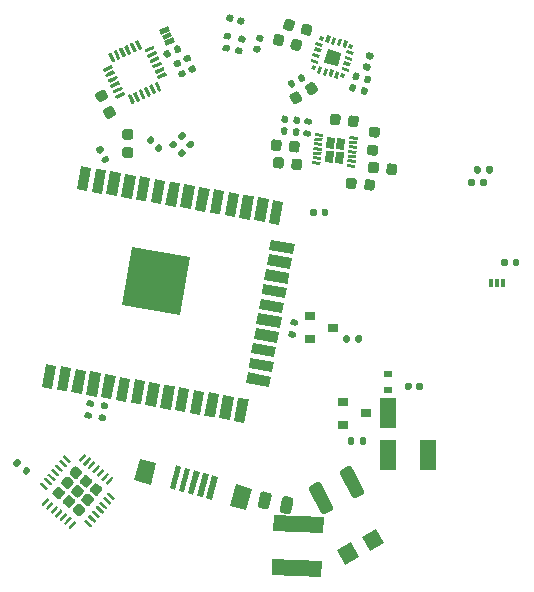
<source format=gbp>
G04 #@! TF.GenerationSoftware,KiCad,Pcbnew,5.1.7-a382d34a8~88~ubuntu18.04.1*
G04 #@! TF.CreationDate,2021-05-20T00:29:44+02:00*
G04 #@! TF.ProjectId,Emersense_V1,456d6572-7365-46e7-9365-5f56312e6b69,rev?*
G04 #@! TF.SameCoordinates,Original*
G04 #@! TF.FileFunction,Paste,Bot*
G04 #@! TF.FilePolarity,Positive*
%FSLAX46Y46*%
G04 Gerber Fmt 4.6, Leading zero omitted, Abs format (unit mm)*
G04 Created by KiCad (PCBNEW 5.1.7-a382d34a8~88~ubuntu18.04.1) date 2021-05-20 00:29:44*
%MOMM*%
%LPD*%
G01*
G04 APERTURE LIST*
%ADD10C,0.010000*%
%ADD11R,0.700000X0.600000*%
%ADD12C,0.100000*%
%ADD13R,0.900000X0.800000*%
%ADD14R,1.400000X2.500000*%
%ADD15R,0.400000X0.800000*%
G04 APERTURE END LIST*
D10*
G36*
X137422146Y-74354631D02*
G01*
X136378946Y-74075107D01*
X136099422Y-75118307D01*
X137142622Y-75397831D01*
X137422146Y-74354631D01*
G37*
X137422146Y-74354631D02*
X136378946Y-74075107D01*
X136099422Y-75118307D01*
X137142622Y-75397831D01*
X137422146Y-74354631D01*
D11*
X141478000Y-102935000D03*
X141478000Y-101535000D03*
G36*
G01*
X121071891Y-81688307D02*
X121312307Y-81447891D01*
G75*
G02*
X121510297Y-81447891I98995J-98995D01*
G01*
X121708287Y-81645881D01*
G75*
G02*
X121708287Y-81843871I-98995J-98995D01*
G01*
X121467871Y-82084287D01*
G75*
G02*
X121269881Y-82084287I-98995J98995D01*
G01*
X121071891Y-81886297D01*
G75*
G02*
X121071891Y-81688307I98995J98995D01*
G01*
G37*
G36*
G01*
X121750713Y-82367129D02*
X121991129Y-82126713D01*
G75*
G02*
X122189119Y-82126713I98995J-98995D01*
G01*
X122387109Y-82324703D01*
G75*
G02*
X122387109Y-82522693I-98995J-98995D01*
G01*
X122146693Y-82763109D01*
G75*
G02*
X121948703Y-82763109I-98995J98995D01*
G01*
X121750713Y-82565119D01*
G75*
G02*
X121750713Y-82367129I98995J98995D01*
G01*
G37*
G36*
G01*
X119693500Y-83280000D02*
X119193500Y-83280000D01*
G75*
G02*
X118968500Y-83055000I0J225000D01*
G01*
X118968500Y-82605000D01*
G75*
G02*
X119193500Y-82380000I225000J0D01*
G01*
X119693500Y-82380000D01*
G75*
G02*
X119918500Y-82605000I0J-225000D01*
G01*
X119918500Y-83055000D01*
G75*
G02*
X119693500Y-83280000I-225000J0D01*
G01*
G37*
G36*
G01*
X119693500Y-81730000D02*
X119193500Y-81730000D01*
G75*
G02*
X118968500Y-81505000I0J225000D01*
G01*
X118968500Y-81055000D01*
G75*
G02*
X119193500Y-80830000I225000J0D01*
G01*
X119693500Y-80830000D01*
G75*
G02*
X119918500Y-81055000I0J-225000D01*
G01*
X119918500Y-81505000D01*
G75*
G02*
X119693500Y-81730000I-225000J0D01*
G01*
G37*
G36*
G01*
X117848894Y-83574232D02*
X117554446Y-83744232D01*
G75*
G02*
X117363202Y-83692988I-70000J121244D01*
G01*
X117223202Y-83450500D01*
G75*
G02*
X117274446Y-83259256I121244J70000D01*
G01*
X117568894Y-83089256D01*
G75*
G02*
X117760138Y-83140500I70000J-121244D01*
G01*
X117900138Y-83382988D01*
G75*
G02*
X117848894Y-83574232I-121244J-70000D01*
G01*
G37*
G36*
G01*
X117368894Y-82742848D02*
X117074446Y-82912848D01*
G75*
G02*
X116883202Y-82861604I-70000J121244D01*
G01*
X116743202Y-82619116D01*
G75*
G02*
X116794446Y-82427872I121244J70000D01*
G01*
X117088894Y-82257872D01*
G75*
G02*
X117280138Y-82309116I70000J-121244D01*
G01*
X117420138Y-82551604D01*
G75*
G02*
X117368894Y-82742848I-121244J-70000D01*
G01*
G37*
D12*
G36*
X131678466Y-117201213D02*
G01*
X135874469Y-117384414D01*
X135813402Y-118783081D01*
X131617399Y-118599880D01*
X131678466Y-117201213D01*
G37*
G36*
X131841332Y-113470966D02*
G01*
X136037335Y-113654167D01*
X135976268Y-115052834D01*
X131780265Y-114869633D01*
X131841332Y-113470966D01*
G37*
G36*
X139926839Y-116582683D02*
G01*
X139258817Y-115352339D01*
X140489161Y-114684317D01*
X141157183Y-115914661D01*
X139926839Y-116582683D01*
G37*
G36*
X137806253Y-117734067D02*
G01*
X137138231Y-116503723D01*
X138368575Y-115835701D01*
X139036597Y-117066045D01*
X137806253Y-117734067D01*
G37*
G36*
G01*
X135811211Y-113334677D02*
X134795363Y-111383251D01*
G75*
G02*
X134901678Y-111046062I221752J115437D01*
G01*
X135478236Y-110745924D01*
G75*
G02*
X135815425Y-110852239I115437J-221752D01*
G01*
X136831273Y-112803665D01*
G75*
G02*
X136724958Y-113140854I-221752J-115437D01*
G01*
X136148400Y-113440992D01*
G75*
G02*
X135811211Y-113334677I-115437J221752D01*
G01*
G37*
G36*
G01*
X138427893Y-111972519D02*
X137412045Y-110021093D01*
G75*
G02*
X137518360Y-109683904I221752J115437D01*
G01*
X138094918Y-109383766D01*
G75*
G02*
X138432107Y-109490081I115437J-221752D01*
G01*
X139447955Y-111441507D01*
G75*
G02*
X139341640Y-111778696I-221752J-115437D01*
G01*
X138765082Y-112078834D01*
G75*
G02*
X138427893Y-111972519I-115437J221752D01*
G01*
G37*
G36*
G01*
X130447643Y-112623521D02*
X130653261Y-111696039D01*
G75*
G02*
X130951445Y-111506075I244074J-54110D01*
G01*
X131439593Y-111614295D01*
G75*
G02*
X131629557Y-111912479I-54110J-244074D01*
G01*
X131423939Y-112839961D01*
G75*
G02*
X131125755Y-113029925I-244074J54110D01*
G01*
X130637607Y-112921705D01*
G75*
G02*
X130447643Y-112623521I54110J244074D01*
G01*
G37*
G36*
G01*
X132302605Y-113034757D02*
X132508223Y-112107275D01*
G75*
G02*
X132806407Y-111917311I244074J-54110D01*
G01*
X133294555Y-112025531D01*
G75*
G02*
X133484519Y-112323715I-54110J-244074D01*
G01*
X133278901Y-113251197D01*
G75*
G02*
X132980717Y-113441161I-244074J54110D01*
G01*
X132492569Y-113332941D01*
G75*
G02*
X132302605Y-113034757I54110J244074D01*
G01*
G37*
G36*
X119803111Y-90811015D02*
G01*
X124727150Y-91679256D01*
X123858909Y-96603295D01*
X118934870Y-95735054D01*
X119803111Y-90811015D01*
G37*
G36*
X115477799Y-83955786D02*
G01*
X116364126Y-84112069D01*
X116016829Y-86081684D01*
X115130502Y-85925401D01*
X115477799Y-83955786D01*
G37*
G36*
X116728504Y-84176320D02*
G01*
X117614831Y-84332603D01*
X117267534Y-86302218D01*
X116381207Y-86145935D01*
X116728504Y-84176320D01*
G37*
G36*
X117979210Y-84396853D02*
G01*
X118865537Y-84553136D01*
X118518240Y-86522751D01*
X117631913Y-86366468D01*
X117979210Y-84396853D01*
G37*
G36*
X119229916Y-84617386D02*
G01*
X120116243Y-84773669D01*
X119768946Y-86743284D01*
X118882619Y-86587001D01*
X119229916Y-84617386D01*
G37*
G36*
X120480622Y-84837919D02*
G01*
X121366949Y-84994202D01*
X121019652Y-86963817D01*
X120133325Y-86807534D01*
X120480622Y-84837919D01*
G37*
G36*
X121731328Y-85058452D02*
G01*
X122617655Y-85214735D01*
X122270358Y-87184350D01*
X121384031Y-87028067D01*
X121731328Y-85058452D01*
G37*
G36*
X122982034Y-85278986D02*
G01*
X123868361Y-85435269D01*
X123521064Y-87404884D01*
X122634737Y-87248601D01*
X122982034Y-85278986D01*
G37*
G36*
X124232739Y-85499519D02*
G01*
X125119066Y-85655802D01*
X124771769Y-87625417D01*
X123885442Y-87469134D01*
X124232739Y-85499519D01*
G37*
G36*
X125483445Y-85720052D02*
G01*
X126369772Y-85876335D01*
X126022475Y-87845950D01*
X125136148Y-87689667D01*
X125483445Y-85720052D01*
G37*
G36*
X126734151Y-85940585D02*
G01*
X127620478Y-86096868D01*
X127273181Y-88066483D01*
X126386854Y-87910200D01*
X126734151Y-85940585D01*
G37*
G36*
X127984857Y-86161118D02*
G01*
X128871184Y-86317401D01*
X128523887Y-88287016D01*
X127637560Y-88130733D01*
X127984857Y-86161118D01*
G37*
G36*
X129235563Y-86381651D02*
G01*
X130121890Y-86537934D01*
X129774593Y-88507549D01*
X128888266Y-88351266D01*
X129235563Y-86381651D01*
G37*
G36*
X130486269Y-86602185D02*
G01*
X131372596Y-86758468D01*
X131025299Y-88728083D01*
X130138972Y-88571800D01*
X130486269Y-86602185D01*
G37*
G36*
X131736975Y-86822718D02*
G01*
X132623302Y-86979001D01*
X132276005Y-88948616D01*
X131389678Y-88792333D01*
X131736975Y-86822718D01*
G37*
G36*
X133570636Y-90532490D02*
G01*
X133414353Y-91418817D01*
X131444738Y-91071520D01*
X131601021Y-90185193D01*
X133570636Y-90532490D01*
G37*
G36*
X133350103Y-91783195D02*
G01*
X133193820Y-92669522D01*
X131224205Y-92322225D01*
X131380488Y-91435898D01*
X133350103Y-91783195D01*
G37*
G36*
X133129570Y-93033901D02*
G01*
X132973287Y-93920228D01*
X131003672Y-93572931D01*
X131159955Y-92686604D01*
X133129570Y-93033901D01*
G37*
G36*
X132909037Y-94284607D02*
G01*
X132752754Y-95170934D01*
X130783139Y-94823637D01*
X130939422Y-93937310D01*
X132909037Y-94284607D01*
G37*
G36*
X132688503Y-95535313D02*
G01*
X132532220Y-96421640D01*
X130562605Y-96074343D01*
X130718888Y-95188016D01*
X132688503Y-95535313D01*
G37*
G36*
X132467970Y-96786019D02*
G01*
X132311687Y-97672346D01*
X130342072Y-97325049D01*
X130498355Y-96438722D01*
X132467970Y-96786019D01*
G37*
G36*
X132247437Y-98036725D02*
G01*
X132091154Y-98923052D01*
X130121539Y-98575755D01*
X130277822Y-97689428D01*
X132247437Y-98036725D01*
G37*
G36*
X132026904Y-99287431D02*
G01*
X131870621Y-100173758D01*
X129901006Y-99826461D01*
X130057289Y-98940134D01*
X132026904Y-99287431D01*
G37*
G36*
X131806371Y-100538136D02*
G01*
X131650088Y-101424463D01*
X129680473Y-101077166D01*
X129836756Y-100190839D01*
X131806371Y-100538136D01*
G37*
G36*
X131585837Y-101788842D02*
G01*
X131429554Y-102675169D01*
X129459939Y-102327872D01*
X129616222Y-101441545D01*
X131585837Y-101788842D01*
G37*
G36*
X128784955Y-103564450D02*
G01*
X129671282Y-103720733D01*
X129323985Y-105690348D01*
X128437658Y-105534065D01*
X128784955Y-103564450D01*
G37*
G36*
X127534250Y-103343916D02*
G01*
X128420577Y-103500199D01*
X128073280Y-105469814D01*
X127186953Y-105313531D01*
X127534250Y-103343916D01*
G37*
G36*
X126283544Y-103123383D02*
G01*
X127169871Y-103279666D01*
X126822574Y-105249281D01*
X125936247Y-105092998D01*
X126283544Y-103123383D01*
G37*
G36*
X125032838Y-102902850D02*
G01*
X125919165Y-103059133D01*
X125571868Y-105028748D01*
X124685541Y-104872465D01*
X125032838Y-102902850D01*
G37*
G36*
X123782132Y-102682317D02*
G01*
X124668459Y-102838600D01*
X124321162Y-104808215D01*
X123434835Y-104651932D01*
X123782132Y-102682317D01*
G37*
G36*
X122531426Y-102461784D02*
G01*
X123417753Y-102618067D01*
X123070456Y-104587682D01*
X122184129Y-104431399D01*
X122531426Y-102461784D01*
G37*
G36*
X121280720Y-102241250D02*
G01*
X122167047Y-102397533D01*
X121819750Y-104367148D01*
X120933423Y-104210865D01*
X121280720Y-102241250D01*
G37*
G36*
X120030015Y-102020717D02*
G01*
X120916342Y-102177000D01*
X120569045Y-104146615D01*
X119682718Y-103990332D01*
X120030015Y-102020717D01*
G37*
G36*
X118779309Y-101800184D02*
G01*
X119665636Y-101956467D01*
X119318339Y-103926082D01*
X118432012Y-103769799D01*
X118779309Y-101800184D01*
G37*
G36*
X117528603Y-101579651D02*
G01*
X118414930Y-101735934D01*
X118067633Y-103705549D01*
X117181306Y-103549266D01*
X117528603Y-101579651D01*
G37*
G36*
X116277897Y-101359118D02*
G01*
X117164224Y-101515401D01*
X116816927Y-103485016D01*
X115930600Y-103328733D01*
X116277897Y-101359118D01*
G37*
G36*
X115027191Y-101138585D02*
G01*
X115913518Y-101294868D01*
X115566221Y-103264483D01*
X114679894Y-103108200D01*
X115027191Y-101138585D01*
G37*
G36*
X113776485Y-100918051D02*
G01*
X114662812Y-101074334D01*
X114315515Y-103043949D01*
X113429188Y-102887666D01*
X113776485Y-100918051D01*
G37*
G36*
X112525779Y-100697518D02*
G01*
X113412106Y-100853801D01*
X113064809Y-102823416D01*
X112178482Y-102667133D01*
X112525779Y-100697518D01*
G37*
G36*
G01*
X134898800Y-88054000D02*
X134898800Y-87714000D01*
G75*
G02*
X135038800Y-87574000I140000J0D01*
G01*
X135318800Y-87574000D01*
G75*
G02*
X135458800Y-87714000I0J-140000D01*
G01*
X135458800Y-88054000D01*
G75*
G02*
X135318800Y-88194000I-140000J0D01*
G01*
X135038800Y-88194000D01*
G75*
G02*
X134898800Y-88054000I0J140000D01*
G01*
G37*
G36*
G01*
X135858800Y-88054000D02*
X135858800Y-87714000D01*
G75*
G02*
X135998800Y-87574000I140000J0D01*
G01*
X136278800Y-87574000D01*
G75*
G02*
X136418800Y-87714000I0J-140000D01*
G01*
X136418800Y-88054000D01*
G75*
G02*
X136278800Y-88194000I-140000J0D01*
G01*
X135998800Y-88194000D01*
G75*
G02*
X135858800Y-88054000I0J140000D01*
G01*
G37*
G36*
G01*
X148265200Y-85529000D02*
X148265200Y-85159000D01*
G75*
G02*
X148400200Y-85024000I135000J0D01*
G01*
X148670200Y-85024000D01*
G75*
G02*
X148805200Y-85159000I0J-135000D01*
G01*
X148805200Y-85529000D01*
G75*
G02*
X148670200Y-85664000I-135000J0D01*
G01*
X148400200Y-85664000D01*
G75*
G02*
X148265200Y-85529000I0J135000D01*
G01*
G37*
G36*
G01*
X149285200Y-85529000D02*
X149285200Y-85159000D01*
G75*
G02*
X149420200Y-85024000I135000J0D01*
G01*
X149690200Y-85024000D01*
G75*
G02*
X149825200Y-85159000I0J-135000D01*
G01*
X149825200Y-85529000D01*
G75*
G02*
X149690200Y-85664000I-135000J0D01*
G01*
X149420200Y-85664000D01*
G75*
G02*
X149285200Y-85529000I0J135000D01*
G01*
G37*
G36*
G01*
X148775200Y-84462200D02*
X148775200Y-84092200D01*
G75*
G02*
X148910200Y-83957200I135000J0D01*
G01*
X149180200Y-83957200D01*
G75*
G02*
X149315200Y-84092200I0J-135000D01*
G01*
X149315200Y-84462200D01*
G75*
G02*
X149180200Y-84597200I-135000J0D01*
G01*
X148910200Y-84597200D01*
G75*
G02*
X148775200Y-84462200I0J135000D01*
G01*
G37*
G36*
G01*
X149795200Y-84462200D02*
X149795200Y-84092200D01*
G75*
G02*
X149930200Y-83957200I135000J0D01*
G01*
X150200200Y-83957200D01*
G75*
G02*
X150335200Y-84092200I0J-135000D01*
G01*
X150335200Y-84462200D01*
G75*
G02*
X150200200Y-84597200I-135000J0D01*
G01*
X149930200Y-84597200D01*
G75*
G02*
X149795200Y-84462200I0J135000D01*
G01*
G37*
G36*
G01*
X133498004Y-98507123D02*
X133133625Y-98442873D01*
G75*
G02*
X133024119Y-98286481I23443J132949D01*
G01*
X133071004Y-98020583D01*
G75*
G02*
X133227396Y-97911077I132949J-23443D01*
G01*
X133591775Y-97975327D01*
G75*
G02*
X133701281Y-98131719I-23443J-132949D01*
G01*
X133654396Y-98397617D01*
G75*
G02*
X133498004Y-98507123I-132949J23443D01*
G01*
G37*
G36*
G01*
X133675126Y-97502619D02*
X133310747Y-97438369D01*
G75*
G02*
X133201241Y-97281977I23443J132949D01*
G01*
X133248126Y-97016079D01*
G75*
G02*
X133404518Y-96906573I132949J-23443D01*
G01*
X133768897Y-96970823D01*
G75*
G02*
X133878403Y-97127215I-23443J-132949D01*
G01*
X133831518Y-97393113D01*
G75*
G02*
X133675126Y-97502619I-132949J23443D01*
G01*
G37*
G36*
G01*
X139260800Y-98417800D02*
X139260800Y-98787800D01*
G75*
G02*
X139125800Y-98922800I-135000J0D01*
G01*
X138855800Y-98922800D01*
G75*
G02*
X138720800Y-98787800I0J135000D01*
G01*
X138720800Y-98417800D01*
G75*
G02*
X138855800Y-98282800I135000J0D01*
G01*
X139125800Y-98282800D01*
G75*
G02*
X139260800Y-98417800I0J-135000D01*
G01*
G37*
G36*
G01*
X138240800Y-98417800D02*
X138240800Y-98787800D01*
G75*
G02*
X138105800Y-98922800I-135000J0D01*
G01*
X137835800Y-98922800D01*
G75*
G02*
X137700800Y-98787800I0J135000D01*
G01*
X137700800Y-98417800D01*
G75*
G02*
X137835800Y-98282800I135000J0D01*
G01*
X138105800Y-98282800D01*
G75*
G02*
X138240800Y-98417800I0J-135000D01*
G01*
G37*
D13*
X136839200Y-97637600D03*
X134839200Y-96687600D03*
X134839200Y-98587600D03*
G36*
G01*
X144432500Y-102446000D02*
X144432500Y-102786000D01*
G75*
G02*
X144292500Y-102926000I-140000J0D01*
G01*
X144012500Y-102926000D01*
G75*
G02*
X143872500Y-102786000I0J140000D01*
G01*
X143872500Y-102446000D01*
G75*
G02*
X144012500Y-102306000I140000J0D01*
G01*
X144292500Y-102306000D01*
G75*
G02*
X144432500Y-102446000I0J-140000D01*
G01*
G37*
G36*
G01*
X143472500Y-102446000D02*
X143472500Y-102786000D01*
G75*
G02*
X143332500Y-102926000I-140000J0D01*
G01*
X143052500Y-102926000D01*
G75*
G02*
X142912500Y-102786000I0J140000D01*
G01*
X142912500Y-102446000D01*
G75*
G02*
X143052500Y-102306000I140000J0D01*
G01*
X143332500Y-102306000D01*
G75*
G02*
X143472500Y-102446000I0J-140000D01*
G01*
G37*
G36*
G01*
X138096500Y-107436500D02*
X138096500Y-107066500D01*
G75*
G02*
X138231500Y-106931500I135000J0D01*
G01*
X138501500Y-106931500D01*
G75*
G02*
X138636500Y-107066500I0J-135000D01*
G01*
X138636500Y-107436500D01*
G75*
G02*
X138501500Y-107571500I-135000J0D01*
G01*
X138231500Y-107571500D01*
G75*
G02*
X138096500Y-107436500I0J135000D01*
G01*
G37*
G36*
G01*
X139116500Y-107436500D02*
X139116500Y-107066500D01*
G75*
G02*
X139251500Y-106931500I135000J0D01*
G01*
X139521500Y-106931500D01*
G75*
G02*
X139656500Y-107066500I0J-135000D01*
G01*
X139656500Y-107436500D01*
G75*
G02*
X139521500Y-107571500I-135000J0D01*
G01*
X139251500Y-107571500D01*
G75*
G02*
X139116500Y-107436500I0J135000D01*
G01*
G37*
X139636500Y-104902000D03*
X137636500Y-103952000D03*
X137636500Y-105852000D03*
D14*
X141478000Y-104902000D03*
X141478000Y-108458000D03*
X144907000Y-108458000D03*
D12*
G36*
X135989838Y-81215710D02*
G01*
X135968049Y-81464759D01*
X135270712Y-81403750D01*
X135292501Y-81154701D01*
X135989838Y-81215710D01*
G37*
G36*
X135954975Y-81614188D02*
G01*
X135933186Y-81863237D01*
X135235849Y-81802228D01*
X135257638Y-81553179D01*
X135954975Y-81614188D01*
G37*
G36*
X135920113Y-82012665D02*
G01*
X135898324Y-82261714D01*
X135200987Y-82200705D01*
X135222776Y-81951656D01*
X135920113Y-82012665D01*
G37*
G36*
X135885251Y-82411143D02*
G01*
X135863462Y-82660192D01*
X135166125Y-82599183D01*
X135187914Y-82350134D01*
X135885251Y-82411143D01*
G37*
G36*
X135850389Y-82809621D02*
G01*
X135828600Y-83058670D01*
X135131263Y-82997661D01*
X135153052Y-82748612D01*
X135850389Y-82809621D01*
G37*
G36*
X135815526Y-83208099D02*
G01*
X135793737Y-83457148D01*
X135096400Y-83396139D01*
X135118189Y-83147090D01*
X135815526Y-83208099D01*
G37*
G36*
X138754301Y-83465208D02*
G01*
X138732512Y-83714257D01*
X138035175Y-83653248D01*
X138056964Y-83404199D01*
X138754301Y-83465208D01*
G37*
G36*
X138789163Y-83066731D02*
G01*
X138767374Y-83315780D01*
X138070037Y-83254771D01*
X138091826Y-83005722D01*
X138789163Y-83066731D01*
G37*
G36*
X138824025Y-82668253D02*
G01*
X138802236Y-82917302D01*
X138104899Y-82856293D01*
X138126688Y-82607244D01*
X138824025Y-82668253D01*
G37*
G36*
X138858887Y-82269775D02*
G01*
X138837098Y-82518824D01*
X138139761Y-82457815D01*
X138161550Y-82208766D01*
X138858887Y-82269775D01*
G37*
G36*
X138893750Y-81871297D02*
G01*
X138871961Y-82120346D01*
X138174624Y-82059337D01*
X138196413Y-81810288D01*
X138893750Y-81871297D01*
G37*
G36*
X138928612Y-81472819D02*
G01*
X138906823Y-81721868D01*
X138209486Y-81660859D01*
X138231275Y-81411810D01*
X138928612Y-81472819D01*
G37*
G36*
X138719438Y-83863686D02*
G01*
X138697649Y-84112735D01*
X138000312Y-84051726D01*
X138022101Y-83802677D01*
X138719438Y-83863686D01*
G37*
G36*
X135780664Y-83606577D02*
G01*
X135758875Y-83855626D01*
X135061538Y-83794617D01*
X135083327Y-83545568D01*
X135780664Y-83606577D01*
G37*
G36*
X137778117Y-82805117D02*
G01*
X137693576Y-83771426D01*
X136996239Y-83710417D01*
X137080780Y-82744108D01*
X137778117Y-82805117D01*
G37*
G36*
X136886522Y-82727112D02*
G01*
X136801981Y-83693421D01*
X136104644Y-83632412D01*
X136189185Y-82666103D01*
X136886522Y-82727112D01*
G37*
G36*
X136988930Y-81556584D02*
G01*
X136904389Y-82522893D01*
X136207052Y-82461884D01*
X136291593Y-81495575D01*
X136988930Y-81556584D01*
G37*
G36*
X137880525Y-81634588D02*
G01*
X137795984Y-82600897D01*
X137098647Y-82539888D01*
X137183188Y-81573579D01*
X137880525Y-81634588D01*
G37*
G36*
G01*
X139782319Y-84306572D02*
X139825897Y-83808474D01*
G75*
G02*
X140069651Y-83603940I224144J-19610D01*
G01*
X140517939Y-83643160D01*
G75*
G02*
X140722473Y-83886914I-19610J-224144D01*
G01*
X140678895Y-84385012D01*
G75*
G02*
X140435141Y-84589546I-224144J19610D01*
G01*
X139986853Y-84550326D01*
G75*
G02*
X139782319Y-84306572I19610J224144D01*
G01*
G37*
G36*
G01*
X141326421Y-84441664D02*
X141369999Y-83943566D01*
G75*
G02*
X141613753Y-83739032I224144J-19610D01*
G01*
X142062041Y-83778252D01*
G75*
G02*
X142266575Y-84022006I-19610J-224144D01*
G01*
X142222997Y-84520104D01*
G75*
G02*
X141979243Y-84724638I-224144J19610D01*
G01*
X141530955Y-84685418D01*
G75*
G02*
X141326421Y-84441664I19610J224144D01*
G01*
G37*
G36*
G01*
X127709185Y-72689045D02*
X128077777Y-72721293D01*
G75*
G02*
X128200497Y-72867545I-11766J-134486D01*
G01*
X128176965Y-73136517D01*
G75*
G02*
X128030713Y-73259237I-134486J11766D01*
G01*
X127662121Y-73226989D01*
G75*
G02*
X127539401Y-73080737I11766J134486D01*
G01*
X127562933Y-72811765D01*
G75*
G02*
X127709185Y-72689045I134486J-11766D01*
G01*
G37*
G36*
G01*
X127620287Y-73705163D02*
X127988879Y-73737411D01*
G75*
G02*
X128111599Y-73883663I-11766J-134486D01*
G01*
X128088067Y-74152635D01*
G75*
G02*
X127941815Y-74275355I-134486J11766D01*
G01*
X127573223Y-74243107D01*
G75*
G02*
X127450503Y-74096855I11766J134486D01*
G01*
X127474035Y-73827883D01*
G75*
G02*
X127620287Y-73705163I134486J-11766D01*
G01*
G37*
G36*
G01*
X128999385Y-72906818D02*
X129356778Y-73002582D01*
G75*
G02*
X129452237Y-73167923I-34941J-130400D01*
G01*
X129382356Y-73428723D01*
G75*
G02*
X129217015Y-73524182I-130400J34941D01*
G01*
X128859622Y-73428418D01*
G75*
G02*
X128764163Y-73263077I34941J130400D01*
G01*
X128834044Y-73002277D01*
G75*
G02*
X128999385Y-72906818I130400J-34941D01*
G01*
G37*
G36*
G01*
X128735389Y-73892062D02*
X129092782Y-73987826D01*
G75*
G02*
X129188241Y-74153167I-34941J-130400D01*
G01*
X129118360Y-74413967D01*
G75*
G02*
X128953019Y-74509426I-130400J34941D01*
G01*
X128595626Y-74413662D01*
G75*
G02*
X128500167Y-74248321I34941J130400D01*
G01*
X128570048Y-73987521D01*
G75*
G02*
X128735389Y-73892062I130400J-34941D01*
G01*
G37*
G36*
G01*
X127783997Y-71532005D02*
X127871996Y-71203590D01*
G75*
G02*
X128043461Y-71104595I135230J-36235D01*
G01*
X128313920Y-71177064D01*
G75*
G02*
X128412915Y-71348529I-36235J-135230D01*
G01*
X128324916Y-71676944D01*
G75*
G02*
X128153451Y-71775939I-135230J36235D01*
G01*
X127882992Y-71703470D01*
G75*
G02*
X127783997Y-71532005I36235J135230D01*
G01*
G37*
G36*
G01*
X128711285Y-71780471D02*
X128799284Y-71452056D01*
G75*
G02*
X128970749Y-71353061I135230J-36235D01*
G01*
X129241208Y-71425530D01*
G75*
G02*
X129340203Y-71596995I-36235J-135230D01*
G01*
X129252204Y-71925410D01*
G75*
G02*
X129080739Y-72024405I-135230J36235D01*
G01*
X128810280Y-71951936D01*
G75*
G02*
X128711285Y-71780471I36235J135230D01*
G01*
G37*
G36*
G01*
X130462772Y-74381047D02*
X130134357Y-74293048D01*
G75*
G02*
X130035362Y-74121583I36235J135230D01*
G01*
X130107831Y-73851124D01*
G75*
G02*
X130279296Y-73752129I135230J-36235D01*
G01*
X130607711Y-73840128D01*
G75*
G02*
X130706706Y-74011593I-36235J-135230D01*
G01*
X130634237Y-74282052D01*
G75*
G02*
X130462772Y-74381047I-135230J36235D01*
G01*
G37*
G36*
G01*
X130711238Y-73453759D02*
X130382823Y-73365760D01*
G75*
G02*
X130283828Y-73194295I36235J135230D01*
G01*
X130356297Y-72923836D01*
G75*
G02*
X130527762Y-72824841I135230J-36235D01*
G01*
X130856177Y-72912840D01*
G75*
G02*
X130955172Y-73084305I-36235J-135230D01*
G01*
X130882703Y-73354764D01*
G75*
G02*
X130711238Y-73453759I-135230J36235D01*
G01*
G37*
G36*
G01*
X140387528Y-85351630D02*
X140343950Y-85849728D01*
G75*
G02*
X140100196Y-86054262I-224144J19610D01*
G01*
X139651908Y-86015042D01*
G75*
G02*
X139447374Y-85771288I19610J224144D01*
G01*
X139490952Y-85273190D01*
G75*
G02*
X139734706Y-85068656I224144J-19610D01*
G01*
X140182994Y-85107876D01*
G75*
G02*
X140387528Y-85351630I-19610J-224144D01*
G01*
G37*
G36*
G01*
X138843426Y-85216538D02*
X138799848Y-85714636D01*
G75*
G02*
X138556094Y-85919170I-224144J19610D01*
G01*
X138107806Y-85879950D01*
G75*
G02*
X137903272Y-85636196I19610J224144D01*
G01*
X137946850Y-85138098D01*
G75*
G02*
X138190604Y-84933564I224144J-19610D01*
G01*
X138638892Y-84972784D01*
G75*
G02*
X138843426Y-85216538I-19610J-224144D01*
G01*
G37*
G36*
G01*
X132458523Y-80163107D02*
X132490771Y-79794515D01*
G75*
G02*
X132637023Y-79671795I134486J-11766D01*
G01*
X132905995Y-79695327D01*
G75*
G02*
X133028715Y-79841579I-11766J-134486D01*
G01*
X132996467Y-80210171D01*
G75*
G02*
X132850215Y-80332891I-134486J11766D01*
G01*
X132581243Y-80309359D01*
G75*
G02*
X132458523Y-80163107I11766J134486D01*
G01*
G37*
G36*
G01*
X133474641Y-80252005D02*
X133506889Y-79883413D01*
G75*
G02*
X133653141Y-79760693I134486J-11766D01*
G01*
X133922113Y-79784225D01*
G75*
G02*
X134044833Y-79930477I-11766J-134486D01*
G01*
X134012585Y-80299069D01*
G75*
G02*
X133866333Y-80421789I-134486J11766D01*
G01*
X133597361Y-80398257D01*
G75*
G02*
X133474641Y-80252005I11766J134486D01*
G01*
G37*
G36*
G01*
X134787464Y-81494209D02*
X134418872Y-81461961D01*
G75*
G02*
X134296152Y-81315709I11766J134486D01*
G01*
X134319684Y-81046737D01*
G75*
G02*
X134465936Y-80924017I134486J-11766D01*
G01*
X134834528Y-80956265D01*
G75*
G02*
X134957248Y-81102517I-11766J-134486D01*
G01*
X134933716Y-81371489D01*
G75*
G02*
X134787464Y-81494209I-134486J11766D01*
G01*
G37*
G36*
G01*
X134876362Y-80478091D02*
X134507770Y-80445843D01*
G75*
G02*
X134385050Y-80299591I11766J134486D01*
G01*
X134408582Y-80030619D01*
G75*
G02*
X134554834Y-79907899I134486J-11766D01*
G01*
X134923426Y-79940147D01*
G75*
G02*
X135046146Y-80086399I-11766J-134486D01*
G01*
X135022614Y-80355371D01*
G75*
G02*
X134876362Y-80478091I-134486J11766D01*
G01*
G37*
G36*
G01*
X132422158Y-81156034D02*
X132454406Y-80787442D01*
G75*
G02*
X132600658Y-80664722I134486J-11766D01*
G01*
X132869630Y-80688254D01*
G75*
G02*
X132992350Y-80834506I-11766J-134486D01*
G01*
X132960102Y-81203098D01*
G75*
G02*
X132813850Y-81325818I-134486J11766D01*
G01*
X132544878Y-81302286D01*
G75*
G02*
X132422158Y-81156034I11766J134486D01*
G01*
G37*
G36*
G01*
X133438276Y-81244932D02*
X133470524Y-80876340D01*
G75*
G02*
X133616776Y-80753620I134486J-11766D01*
G01*
X133885748Y-80777152D01*
G75*
G02*
X134008468Y-80923404I-11766J-134486D01*
G01*
X133976220Y-81291996D01*
G75*
G02*
X133829968Y-81414716I-134486J11766D01*
G01*
X133560996Y-81391184D01*
G75*
G02*
X133438276Y-81244932I11766J134486D01*
G01*
G37*
G36*
G01*
X134221179Y-83618263D02*
X134177601Y-84116361D01*
G75*
G02*
X133933847Y-84320895I-224144J19610D01*
G01*
X133485559Y-84281675D01*
G75*
G02*
X133281025Y-84037921I19610J224144D01*
G01*
X133324603Y-83539823D01*
G75*
G02*
X133568357Y-83335289I224144J-19610D01*
G01*
X134016645Y-83374509D01*
G75*
G02*
X134221179Y-83618263I-19610J-224144D01*
G01*
G37*
G36*
G01*
X132677077Y-83483171D02*
X132633499Y-83981269D01*
G75*
G02*
X132389745Y-84185803I-224144J19610D01*
G01*
X131941457Y-84146583D01*
G75*
G02*
X131736923Y-83902829I19610J224144D01*
G01*
X131780501Y-83404731D01*
G75*
G02*
X132024255Y-83200197I224144J-19610D01*
G01*
X132472543Y-83239417D01*
G75*
G02*
X132677077Y-83483171I-19610J-224144D01*
G01*
G37*
G36*
G01*
X139023833Y-79957007D02*
X138980255Y-80455105D01*
G75*
G02*
X138736501Y-80659639I-224144J19610D01*
G01*
X138288213Y-80620419D01*
G75*
G02*
X138083679Y-80376665I19610J224144D01*
G01*
X138127257Y-79878567D01*
G75*
G02*
X138371011Y-79674033I224144J-19610D01*
G01*
X138819299Y-79713253D01*
G75*
G02*
X139023833Y-79957007I-19610J-224144D01*
G01*
G37*
G36*
G01*
X137479731Y-79821915D02*
X137436153Y-80320013D01*
G75*
G02*
X137192399Y-80524547I-224144J19610D01*
G01*
X136744111Y-80485327D01*
G75*
G02*
X136539577Y-80241573I19610J224144D01*
G01*
X136583155Y-79743475D01*
G75*
G02*
X136826909Y-79538941I224144J-19610D01*
G01*
X137275197Y-79578161D01*
G75*
G02*
X137479731Y-79821915I-19610J-224144D01*
G01*
G37*
G36*
G01*
X140392173Y-83105411D02*
X139894075Y-83061833D01*
G75*
G02*
X139689541Y-82818079I19610J224144D01*
G01*
X139728761Y-82369791D01*
G75*
G02*
X139972515Y-82165257I224144J-19610D01*
G01*
X140470613Y-82208835D01*
G75*
G02*
X140675147Y-82452589I-19610J-224144D01*
G01*
X140635927Y-82900877D01*
G75*
G02*
X140392173Y-83105411I-224144J19610D01*
G01*
G37*
G36*
G01*
X140527265Y-81561309D02*
X140029167Y-81517731D01*
G75*
G02*
X139824633Y-81273977I19610J224144D01*
G01*
X139863853Y-80825689D01*
G75*
G02*
X140107607Y-80621155I224144J-19610D01*
G01*
X140605705Y-80664733D01*
G75*
G02*
X140810239Y-80908487I-19610J-224144D01*
G01*
X140771019Y-81356775D01*
G75*
G02*
X140527265Y-81561309I-224144J19610D01*
G01*
G37*
G36*
G01*
X134017979Y-82119663D02*
X133974401Y-82617761D01*
G75*
G02*
X133730647Y-82822295I-224144J19610D01*
G01*
X133282359Y-82783075D01*
G75*
G02*
X133077825Y-82539321I19610J224144D01*
G01*
X133121403Y-82041223D01*
G75*
G02*
X133365157Y-81836689I224144J-19610D01*
G01*
X133813445Y-81875909D01*
G75*
G02*
X134017979Y-82119663I-19610J-224144D01*
G01*
G37*
G36*
G01*
X132473877Y-81984571D02*
X132430299Y-82482669D01*
G75*
G02*
X132186545Y-82687203I-224144J19610D01*
G01*
X131738257Y-82647983D01*
G75*
G02*
X131533723Y-82404229I19610J224144D01*
G01*
X131577301Y-81906131D01*
G75*
G02*
X131821055Y-81701597I224144J-19610D01*
G01*
X132269343Y-81740817D01*
G75*
G02*
X132473877Y-81984571I-19610J-224144D01*
G01*
G37*
G36*
X122096298Y-72483963D02*
G01*
X122821344Y-72145868D01*
X122990392Y-72508391D01*
X122265346Y-72846486D01*
X122096298Y-72483963D01*
G37*
G36*
X122310988Y-72944367D02*
G01*
X123036034Y-72606272D01*
X123205082Y-72968795D01*
X122480036Y-73306890D01*
X122310988Y-72944367D01*
G37*
G36*
X122525678Y-73404771D02*
G01*
X123250724Y-73066676D01*
X123419772Y-73429199D01*
X122694726Y-73767294D01*
X122525678Y-73404771D01*
G37*
G36*
G01*
X117846051Y-74419712D02*
X117981997Y-74356319D01*
G75*
G02*
X118081666Y-74392596I31696J-67973D01*
G01*
X118377498Y-75027011D01*
G75*
G02*
X118341221Y-75126680I-67973J-31696D01*
G01*
X118205275Y-75190073D01*
G75*
G02*
X118105606Y-75153796I-31696J67973D01*
G01*
X117809774Y-74519381D01*
G75*
G02*
X117846051Y-74419712I67973J31696D01*
G01*
G37*
G36*
G01*
X118299205Y-74208403D02*
X118435151Y-74145010D01*
G75*
G02*
X118534820Y-74181287I31696J-67973D01*
G01*
X118830652Y-74815702D01*
G75*
G02*
X118794375Y-74915371I-67973J-31696D01*
G01*
X118658429Y-74978764D01*
G75*
G02*
X118558760Y-74942487I-31696J67973D01*
G01*
X118262928Y-74308072D01*
G75*
G02*
X118299205Y-74208403I67973J31696D01*
G01*
G37*
G36*
G01*
X118752358Y-73997093D02*
X118888304Y-73933700D01*
G75*
G02*
X118987973Y-73969977I31696J-67973D01*
G01*
X119283805Y-74604392D01*
G75*
G02*
X119247528Y-74704061I-67973J-31696D01*
G01*
X119111582Y-74767454D01*
G75*
G02*
X119011913Y-74731177I-31696J67973D01*
G01*
X118716081Y-74096762D01*
G75*
G02*
X118752358Y-73997093I67973J31696D01*
G01*
G37*
G36*
G01*
X119205512Y-73785784D02*
X119341458Y-73722391D01*
G75*
G02*
X119441127Y-73758668I31696J-67973D01*
G01*
X119736959Y-74393083D01*
G75*
G02*
X119700682Y-74492752I-67973J-31696D01*
G01*
X119564736Y-74556145D01*
G75*
G02*
X119465067Y-74519868I-31696J67973D01*
G01*
X119169235Y-73885453D01*
G75*
G02*
X119205512Y-73785784I67973J31696D01*
G01*
G37*
G36*
G01*
X119658666Y-73574475D02*
X119794612Y-73511082D01*
G75*
G02*
X119894281Y-73547359I31696J-67973D01*
G01*
X120190113Y-74181774D01*
G75*
G02*
X120153836Y-74281443I-67973J-31696D01*
G01*
X120017890Y-74344836D01*
G75*
G02*
X119918221Y-74308559I-31696J67973D01*
G01*
X119622389Y-73674144D01*
G75*
G02*
X119658666Y-73574475I67973J31696D01*
G01*
G37*
G36*
G01*
X120111820Y-73363166D02*
X120247766Y-73299773D01*
G75*
G02*
X120347435Y-73336050I31696J-67973D01*
G01*
X120643267Y-73970465D01*
G75*
G02*
X120606990Y-74070134I-67973J-31696D01*
G01*
X120471044Y-74133527D01*
G75*
G02*
X120371375Y-74097250I-31696J67973D01*
G01*
X120075543Y-73462835D01*
G75*
G02*
X120111820Y-73363166I67973J31696D01*
G01*
G37*
G36*
G01*
X121643137Y-73807648D02*
X121706530Y-73943594D01*
G75*
G02*
X121670253Y-74043263I-67973J-31696D01*
G01*
X121035838Y-74339095D01*
G75*
G02*
X120936169Y-74302818I-31696J67973D01*
G01*
X120872776Y-74166872D01*
G75*
G02*
X120909053Y-74067203I67973J31696D01*
G01*
X121543468Y-73771371D01*
G75*
G02*
X121643137Y-73807648I31696J-67973D01*
G01*
G37*
G36*
G01*
X121854446Y-74260802D02*
X121917839Y-74396748D01*
G75*
G02*
X121881562Y-74496417I-67973J-31696D01*
G01*
X121247147Y-74792249D01*
G75*
G02*
X121147478Y-74755972I-31696J67973D01*
G01*
X121084085Y-74620026D01*
G75*
G02*
X121120362Y-74520357I67973J31696D01*
G01*
X121754777Y-74224525D01*
G75*
G02*
X121854446Y-74260802I31696J-67973D01*
G01*
G37*
G36*
G01*
X122065756Y-74713955D02*
X122129149Y-74849901D01*
G75*
G02*
X122092872Y-74949570I-67973J-31696D01*
G01*
X121458457Y-75245402D01*
G75*
G02*
X121358788Y-75209125I-31696J67973D01*
G01*
X121295395Y-75073179D01*
G75*
G02*
X121331672Y-74973510I67973J31696D01*
G01*
X121966087Y-74677678D01*
G75*
G02*
X122065756Y-74713955I31696J-67973D01*
G01*
G37*
G36*
G01*
X122277065Y-75167109D02*
X122340458Y-75303055D01*
G75*
G02*
X122304181Y-75402724I-67973J-31696D01*
G01*
X121669766Y-75698556D01*
G75*
G02*
X121570097Y-75662279I-31696J67973D01*
G01*
X121506704Y-75526333D01*
G75*
G02*
X121542981Y-75426664I67973J31696D01*
G01*
X122177396Y-75130832D01*
G75*
G02*
X122277065Y-75167109I31696J-67973D01*
G01*
G37*
G36*
G01*
X122488374Y-75620263D02*
X122551767Y-75756209D01*
G75*
G02*
X122515490Y-75855878I-67973J-31696D01*
G01*
X121881075Y-76151710D01*
G75*
G02*
X121781406Y-76115433I-31696J67973D01*
G01*
X121718013Y-75979487D01*
G75*
G02*
X121754290Y-75879818I67973J31696D01*
G01*
X122388705Y-75583986D01*
G75*
G02*
X122488374Y-75620263I31696J-67973D01*
G01*
G37*
G36*
G01*
X122699683Y-76073417D02*
X122763076Y-76209363D01*
G75*
G02*
X122726799Y-76309032I-67973J-31696D01*
G01*
X122092384Y-76604864D01*
G75*
G02*
X121992715Y-76568587I-31696J67973D01*
G01*
X121929322Y-76432641D01*
G75*
G02*
X121965599Y-76332972I67973J31696D01*
G01*
X122600014Y-76037140D01*
G75*
G02*
X122699683Y-76073417I31696J-67973D01*
G01*
G37*
G36*
G01*
X121760031Y-76897766D02*
X121895977Y-76834373D01*
G75*
G02*
X121995646Y-76870650I31696J-67973D01*
G01*
X122291478Y-77505065D01*
G75*
G02*
X122255201Y-77604734I-67973J-31696D01*
G01*
X122119255Y-77668127D01*
G75*
G02*
X122019586Y-77631850I-31696J67973D01*
G01*
X121723754Y-76997435D01*
G75*
G02*
X121760031Y-76897766I67973J31696D01*
G01*
G37*
G36*
G01*
X121306877Y-77109075D02*
X121442823Y-77045682D01*
G75*
G02*
X121542492Y-77081959I31696J-67973D01*
G01*
X121838324Y-77716374D01*
G75*
G02*
X121802047Y-77816043I-67973J-31696D01*
G01*
X121666101Y-77879436D01*
G75*
G02*
X121566432Y-77843159I-31696J67973D01*
G01*
X121270600Y-77208744D01*
G75*
G02*
X121306877Y-77109075I67973J31696D01*
G01*
G37*
G36*
G01*
X120853724Y-77320385D02*
X120989670Y-77256992D01*
G75*
G02*
X121089339Y-77293269I31696J-67973D01*
G01*
X121385171Y-77927684D01*
G75*
G02*
X121348894Y-78027353I-67973J-31696D01*
G01*
X121212948Y-78090746D01*
G75*
G02*
X121113279Y-78054469I-31696J67973D01*
G01*
X120817447Y-77420054D01*
G75*
G02*
X120853724Y-77320385I67973J31696D01*
G01*
G37*
G36*
G01*
X120400570Y-77531694D02*
X120536516Y-77468301D01*
G75*
G02*
X120636185Y-77504578I31696J-67973D01*
G01*
X120932017Y-78138993D01*
G75*
G02*
X120895740Y-78238662I-67973J-31696D01*
G01*
X120759794Y-78302055D01*
G75*
G02*
X120660125Y-78265778I-31696J67973D01*
G01*
X120364293Y-77631363D01*
G75*
G02*
X120400570Y-77531694I67973J31696D01*
G01*
G37*
G36*
G01*
X119947416Y-77743003D02*
X120083362Y-77679610D01*
G75*
G02*
X120183031Y-77715887I31696J-67973D01*
G01*
X120478863Y-78350302D01*
G75*
G02*
X120442586Y-78449971I-67973J-31696D01*
G01*
X120306640Y-78513364D01*
G75*
G02*
X120206971Y-78477087I-31696J67973D01*
G01*
X119911139Y-77842672D01*
G75*
G02*
X119947416Y-77743003I67973J31696D01*
G01*
G37*
G36*
G01*
X119494262Y-77954312D02*
X119630208Y-77890919D01*
G75*
G02*
X119729877Y-77927196I31696J-67973D01*
G01*
X120025709Y-78561611D01*
G75*
G02*
X119989432Y-78661280I-67973J-31696D01*
G01*
X119853486Y-78724673D01*
G75*
G02*
X119753817Y-78688396I-31696J67973D01*
G01*
X119457985Y-78053981D01*
G75*
G02*
X119494262Y-77954312I67973J31696D01*
G01*
G37*
G36*
G01*
X119165083Y-77721628D02*
X119228476Y-77857574D01*
G75*
G02*
X119192199Y-77957243I-67973J-31696D01*
G01*
X118557784Y-78253075D01*
G75*
G02*
X118458115Y-78216798I-31696J67973D01*
G01*
X118394722Y-78080852D01*
G75*
G02*
X118430999Y-77981183I67973J31696D01*
G01*
X119065414Y-77685351D01*
G75*
G02*
X119165083Y-77721628I31696J-67973D01*
G01*
G37*
G36*
G01*
X118953774Y-77268474D02*
X119017167Y-77404420D01*
G75*
G02*
X118980890Y-77504089I-67973J-31696D01*
G01*
X118346475Y-77799921D01*
G75*
G02*
X118246806Y-77763644I-31696J67973D01*
G01*
X118183413Y-77627698D01*
G75*
G02*
X118219690Y-77528029I67973J31696D01*
G01*
X118854105Y-77232197D01*
G75*
G02*
X118953774Y-77268474I31696J-67973D01*
G01*
G37*
G36*
G01*
X118742464Y-76815321D02*
X118805857Y-76951267D01*
G75*
G02*
X118769580Y-77050936I-67973J-31696D01*
G01*
X118135165Y-77346768D01*
G75*
G02*
X118035496Y-77310491I-31696J67973D01*
G01*
X117972103Y-77174545D01*
G75*
G02*
X118008380Y-77074876I67973J31696D01*
G01*
X118642795Y-76779044D01*
G75*
G02*
X118742464Y-76815321I31696J-67973D01*
G01*
G37*
G36*
G01*
X118531155Y-76362167D02*
X118594548Y-76498113D01*
G75*
G02*
X118558271Y-76597782I-67973J-31696D01*
G01*
X117923856Y-76893614D01*
G75*
G02*
X117824187Y-76857337I-31696J67973D01*
G01*
X117760794Y-76721391D01*
G75*
G02*
X117797071Y-76621722I67973J31696D01*
G01*
X118431486Y-76325890D01*
G75*
G02*
X118531155Y-76362167I31696J-67973D01*
G01*
G37*
G36*
G01*
X118319846Y-75909013D02*
X118383239Y-76044959D01*
G75*
G02*
X118346962Y-76144628I-67973J-31696D01*
G01*
X117712547Y-76440460D01*
G75*
G02*
X117612878Y-76404183I-31696J67973D01*
G01*
X117549485Y-76268237D01*
G75*
G02*
X117585762Y-76168568I67973J31696D01*
G01*
X118220177Y-75872736D01*
G75*
G02*
X118319846Y-75909013I31696J-67973D01*
G01*
G37*
G36*
G01*
X118108537Y-75455859D02*
X118171930Y-75591805D01*
G75*
G02*
X118135653Y-75691474I-67973J-31696D01*
G01*
X117501238Y-75987306D01*
G75*
G02*
X117401569Y-75951029I-31696J67973D01*
G01*
X117338176Y-75815083D01*
G75*
G02*
X117374453Y-75715414I67973J31696D01*
G01*
X118008868Y-75419582D01*
G75*
G02*
X118108537Y-75455859I31696J-67973D01*
G01*
G37*
G36*
G01*
X125058481Y-82188352D02*
X124796852Y-82449981D01*
G75*
G02*
X124605934Y-82449981I-95459J95459D01*
G01*
X124415015Y-82259062D01*
G75*
G02*
X124415015Y-82068144I95459J95459D01*
G01*
X124676644Y-81806515D01*
G75*
G02*
X124867562Y-81806515I95459J-95459D01*
G01*
X125058481Y-81997434D01*
G75*
G02*
X125058481Y-82188352I-95459J-95459D01*
G01*
G37*
G36*
G01*
X124337233Y-81467104D02*
X124075604Y-81728733D01*
G75*
G02*
X123884686Y-81728733I-95459J95459D01*
G01*
X123693767Y-81537814D01*
G75*
G02*
X123693767Y-81346896I95459J95459D01*
G01*
X123955396Y-81085267D01*
G75*
G02*
X124146314Y-81085267I95459J-95459D01*
G01*
X124337233Y-81276186D01*
G75*
G02*
X124337233Y-81467104I-95459J-95459D01*
G01*
G37*
G36*
G01*
X124337233Y-82927604D02*
X124075604Y-83189233D01*
G75*
G02*
X123884686Y-83189233I-95459J95459D01*
G01*
X123693767Y-82998314D01*
G75*
G02*
X123693767Y-82807396I95459J95459D01*
G01*
X123955396Y-82545767D01*
G75*
G02*
X124146314Y-82545767I95459J-95459D01*
G01*
X124337233Y-82736686D01*
G75*
G02*
X124337233Y-82927604I-95459J-95459D01*
G01*
G37*
G36*
G01*
X123615985Y-82206356D02*
X123354356Y-82467985D01*
G75*
G02*
X123163438Y-82467985I-95459J95459D01*
G01*
X122972519Y-82277066D01*
G75*
G02*
X122972519Y-82086148I95459J95459D01*
G01*
X123234148Y-81824519D01*
G75*
G02*
X123425066Y-81824519I95459J-95459D01*
G01*
X123615985Y-82015438D01*
G75*
G02*
X123615985Y-82206356I-95459J-95459D01*
G01*
G37*
G36*
G01*
X124229257Y-74682115D02*
X124537402Y-74538425D01*
G75*
G02*
X124723452Y-74606141I59167J-126883D01*
G01*
X124841785Y-74859907D01*
G75*
G02*
X124774069Y-75045957I-126883J-59167D01*
G01*
X124465924Y-75189647D01*
G75*
G02*
X124279874Y-75121931I-59167J126883D01*
G01*
X124161541Y-74868165D01*
G75*
G02*
X124229257Y-74682115I126883J59167D01*
G01*
G37*
G36*
G01*
X124634971Y-75552171D02*
X124943116Y-75408481D01*
G75*
G02*
X125129166Y-75476197I59167J-126883D01*
G01*
X125247499Y-75729963D01*
G75*
G02*
X125179783Y-75916013I-126883J-59167D01*
G01*
X124871638Y-76059703D01*
G75*
G02*
X124685588Y-75991987I-59167J126883D01*
G01*
X124567255Y-75738221D01*
G75*
G02*
X124634971Y-75552171I126883J59167D01*
G01*
G37*
G36*
G01*
X124322944Y-76322438D02*
X124014799Y-76466128D01*
G75*
G02*
X123828749Y-76398412I-59167J126883D01*
G01*
X123710416Y-76144646D01*
G75*
G02*
X123778132Y-75958596I126883J59167D01*
G01*
X124086277Y-75814906D01*
G75*
G02*
X124272327Y-75882622I59167J-126883D01*
G01*
X124390660Y-76136388D01*
G75*
G02*
X124322944Y-76322438I-126883J-59167D01*
G01*
G37*
G36*
G01*
X123917230Y-75452382D02*
X123609085Y-75596072D01*
G75*
G02*
X123423035Y-75528356I-59167J126883D01*
G01*
X123304702Y-75274590D01*
G75*
G02*
X123372418Y-75088540I126883J59167D01*
G01*
X123680563Y-74944850D01*
G75*
G02*
X123866613Y-75012566I59167J-126883D01*
G01*
X123984946Y-75266332D01*
G75*
G02*
X123917230Y-75452382I-126883J-59167D01*
G01*
G37*
G36*
G01*
X123837129Y-73800654D02*
X123980819Y-74108799D01*
G75*
G02*
X123913103Y-74294849I-126883J-59167D01*
G01*
X123659337Y-74413182D01*
G75*
G02*
X123473287Y-74345466I-59167J126883D01*
G01*
X123329597Y-74037321D01*
G75*
G02*
X123397313Y-73851271I126883J59167D01*
G01*
X123651079Y-73732938D01*
G75*
G02*
X123837129Y-73800654I59167J-126883D01*
G01*
G37*
G36*
G01*
X122967073Y-74206368D02*
X123110763Y-74514513D01*
G75*
G02*
X123043047Y-74700563I-126883J-59167D01*
G01*
X122789281Y-74818896D01*
G75*
G02*
X122603231Y-74751180I-59167J126883D01*
G01*
X122459541Y-74443035D01*
G75*
G02*
X122527257Y-74256985I126883J59167D01*
G01*
X122781023Y-74138652D01*
G75*
G02*
X122967073Y-74206368I59167J-126883D01*
G01*
G37*
G36*
G01*
X118302848Y-79731301D02*
X117849694Y-79942610D01*
G75*
G02*
X117550686Y-79833780I-95089J203919D01*
G01*
X117360508Y-79425941D01*
G75*
G02*
X117469338Y-79126933I203919J95089D01*
G01*
X117922492Y-78915624D01*
G75*
G02*
X118221500Y-79024454I95089J-203919D01*
G01*
X118411678Y-79432293D01*
G75*
G02*
X118302848Y-79731301I-203919J-95089D01*
G01*
G37*
G36*
G01*
X117647790Y-78326523D02*
X117194636Y-78537832D01*
G75*
G02*
X116895628Y-78429002I-95089J203919D01*
G01*
X116705450Y-78021163D01*
G75*
G02*
X116814280Y-77722155I203919J95089D01*
G01*
X117267434Y-77510846D01*
G75*
G02*
X117566442Y-77619676I95089J-203919D01*
G01*
X117756620Y-78027515D01*
G75*
G02*
X117647790Y-78326523I-203919J-95089D01*
G01*
G37*
G36*
X137863481Y-76165563D02*
G01*
X137775482Y-76493978D01*
X137447067Y-76405979D01*
X137535066Y-76077564D01*
X137863481Y-76165563D01*
G37*
G36*
X136074501Y-73066959D02*
G01*
X135986502Y-73395374D01*
X135658087Y-73307375D01*
X135746086Y-72978960D01*
X136074501Y-73066959D01*
G37*
G36*
X135980793Y-73590546D02*
G01*
X135908324Y-73861005D01*
X135319109Y-73703126D01*
X135391578Y-73432667D01*
X135980793Y-73590546D01*
G37*
G36*
X135851384Y-74073509D02*
G01*
X135778915Y-74343968D01*
X135189700Y-74186089D01*
X135262169Y-73915630D01*
X135851384Y-74073509D01*
G37*
G36*
X135721974Y-74556472D02*
G01*
X135649505Y-74826931D01*
X135060290Y-74669052D01*
X135132759Y-74398593D01*
X135721974Y-74556472D01*
G37*
G36*
X135592565Y-75039435D02*
G01*
X135520096Y-75309894D01*
X134930881Y-75152015D01*
X135003350Y-74881556D01*
X135592565Y-75039435D01*
G37*
G36*
X138210223Y-75740834D02*
G01*
X138137754Y-76011293D01*
X137548539Y-75853414D01*
X137621008Y-75582955D01*
X138210223Y-75740834D01*
G37*
G36*
X138339633Y-75257871D02*
G01*
X138267164Y-75528330D01*
X137677949Y-75370451D01*
X137750418Y-75099992D01*
X138339633Y-75257871D01*
G37*
G36*
X138469043Y-74774908D02*
G01*
X138396574Y-75045367D01*
X137807359Y-74887488D01*
X137879828Y-74617029D01*
X138469043Y-74774908D01*
G37*
G36*
X138598452Y-74291946D02*
G01*
X138525983Y-74562405D01*
X137936768Y-74404526D01*
X138009237Y-74134067D01*
X138598452Y-74291946D01*
G37*
G36*
X138518293Y-73721771D02*
G01*
X138430294Y-74050186D01*
X138101879Y-73962187D01*
X138189878Y-73633772D01*
X138518293Y-73721771D01*
G37*
G36*
X138064586Y-73367263D02*
G01*
X137906707Y-73956478D01*
X137636248Y-73884009D01*
X137794127Y-73294794D01*
X138064586Y-73367263D01*
G37*
G36*
X137581623Y-73237854D02*
G01*
X137423744Y-73827069D01*
X137153285Y-73754600D01*
X137311164Y-73165385D01*
X137581623Y-73237854D01*
G37*
G36*
X137098660Y-73108444D02*
G01*
X136940781Y-73697659D01*
X136670322Y-73625190D01*
X136828201Y-73035975D01*
X137098660Y-73108444D01*
G37*
G36*
X136615697Y-72979035D02*
G01*
X136457818Y-73568250D01*
X136187359Y-73495781D01*
X136345238Y-72906566D01*
X136615697Y-72979035D01*
G37*
G36*
X135419689Y-75510751D02*
G01*
X135331690Y-75839166D01*
X135003275Y-75751167D01*
X135091274Y-75422752D01*
X135419689Y-75510751D01*
G37*
G36*
X135914298Y-75596693D02*
G01*
X135756419Y-76185908D01*
X135485960Y-76113439D01*
X135643839Y-75524224D01*
X135914298Y-75596693D01*
G37*
G36*
X136397261Y-75726103D02*
G01*
X136239382Y-76315318D01*
X135968923Y-76242849D01*
X136126802Y-75653634D01*
X136397261Y-75726103D01*
G37*
G36*
X136880224Y-75855513D02*
G01*
X136722345Y-76444728D01*
X136451886Y-76372259D01*
X136609765Y-75783044D01*
X136880224Y-75855513D01*
G37*
G36*
X137363186Y-75984922D02*
G01*
X137205307Y-76574137D01*
X136934848Y-76501668D01*
X137092727Y-75912453D01*
X137363186Y-75984922D01*
G37*
G36*
G01*
X139767613Y-77496214D02*
X139671849Y-77853607D01*
G75*
G02*
X139506508Y-77949066I-130400J34941D01*
G01*
X139245708Y-77879185D01*
G75*
G02*
X139150249Y-77713844I34941J130400D01*
G01*
X139246013Y-77356451D01*
G75*
G02*
X139411354Y-77260992I130400J-34941D01*
G01*
X139672154Y-77330873D01*
G75*
G02*
X139767613Y-77496214I-34941J-130400D01*
G01*
G37*
G36*
G01*
X138782369Y-77232218D02*
X138686605Y-77589611D01*
G75*
G02*
X138521264Y-77685070I-130400J34941D01*
G01*
X138260464Y-77615189D01*
G75*
G02*
X138165005Y-77449848I34941J130400D01*
G01*
X138260769Y-77092455D01*
G75*
G02*
X138426110Y-76996996I130400J-34941D01*
G01*
X138686910Y-77066877D01*
G75*
G02*
X138782369Y-77232218I-34941J-130400D01*
G01*
G37*
G36*
G01*
X138466896Y-76481617D02*
X138562660Y-76124224D01*
G75*
G02*
X138728001Y-76028765I130400J-34941D01*
G01*
X138988801Y-76098646D01*
G75*
G02*
X139084260Y-76263987I-34941J-130400D01*
G01*
X138988496Y-76621380D01*
G75*
G02*
X138823155Y-76716839I-130400J34941D01*
G01*
X138562355Y-76646958D01*
G75*
G02*
X138466896Y-76481617I34941J130400D01*
G01*
G37*
G36*
G01*
X139452140Y-76745613D02*
X139547904Y-76388220D01*
G75*
G02*
X139713245Y-76292761I130400J-34941D01*
G01*
X139974045Y-76362642D01*
G75*
G02*
X140069504Y-76527983I-34941J-130400D01*
G01*
X139973740Y-76885376D01*
G75*
G02*
X139808399Y-76980835I-130400J34941D01*
G01*
X139547599Y-76910954D01*
G75*
G02*
X139452140Y-76745613I34941J130400D01*
G01*
G37*
G36*
G01*
X139765251Y-75917630D02*
X139432007Y-75828338D01*
G75*
G02*
X139327709Y-75647688I38176J142474D01*
G01*
X139404061Y-75362740D01*
G75*
G02*
X139584711Y-75258442I142474J-38176D01*
G01*
X139917955Y-75347734D01*
G75*
G02*
X140022253Y-75528384I-38176J-142474D01*
G01*
X139945901Y-75813332D01*
G75*
G02*
X139765251Y-75917630I-142474J38176D01*
G01*
G37*
G36*
G01*
X140016305Y-74980682D02*
X139683061Y-74891390D01*
G75*
G02*
X139578763Y-74710740I38176J142474D01*
G01*
X139655115Y-74425792D01*
G75*
G02*
X139835765Y-74321494I142474J-38176D01*
G01*
X140169009Y-74410786D01*
G75*
G02*
X140273307Y-74591436I-38176J-142474D01*
G01*
X140196955Y-74876384D01*
G75*
G02*
X140016305Y-74980682I-142474J38176D01*
G01*
G37*
G36*
G01*
X131715085Y-73420709D02*
X131844494Y-72937746D01*
G75*
G02*
X132120061Y-72778647I217333J-58234D01*
G01*
X132554728Y-72895116D01*
G75*
G02*
X132713827Y-73170683I-58234J-217333D01*
G01*
X132584418Y-73653646D01*
G75*
G02*
X132308851Y-73812745I-217333J58234D01*
G01*
X131874184Y-73696276D01*
G75*
G02*
X131715085Y-73420709I58234J217333D01*
G01*
G37*
G36*
G01*
X133212271Y-73821879D02*
X133341680Y-73338916D01*
G75*
G02*
X133617247Y-73179817I217333J-58234D01*
G01*
X134051914Y-73296286D01*
G75*
G02*
X134211013Y-73571853I-58234J-217333D01*
G01*
X134081604Y-74054816D01*
G75*
G02*
X133806037Y-74213915I-217333J58234D01*
G01*
X133371370Y-74097446D01*
G75*
G02*
X133212271Y-73821879I58234J217333D01*
G01*
G37*
G36*
G01*
X132597869Y-72145115D02*
X132727278Y-71662152D01*
G75*
G02*
X133002845Y-71503053I217333J-58234D01*
G01*
X133437512Y-71619522D01*
G75*
G02*
X133596611Y-71895089I-58234J-217333D01*
G01*
X133467202Y-72378052D01*
G75*
G02*
X133191635Y-72537151I-217333J58234D01*
G01*
X132756968Y-72420682D01*
G75*
G02*
X132597869Y-72145115I58234J217333D01*
G01*
G37*
G36*
G01*
X134095055Y-72546285D02*
X134224464Y-72063322D01*
G75*
G02*
X134500031Y-71904223I217333J-58234D01*
G01*
X134934698Y-72020692D01*
G75*
G02*
X135093797Y-72296259I-58234J-217333D01*
G01*
X134964388Y-72779222D01*
G75*
G02*
X134688821Y-72938321I-217333J58234D01*
G01*
X134254154Y-72821852D01*
G75*
G02*
X134095055Y-72546285I58234J217333D01*
G01*
G37*
G36*
G01*
X133404718Y-78629206D02*
X133154718Y-78196194D01*
G75*
G02*
X133237074Y-77888838I194856J112500D01*
G01*
X133626786Y-77663838D01*
G75*
G02*
X133934142Y-77746194I112500J-194856D01*
G01*
X134184142Y-78179206D01*
G75*
G02*
X134101786Y-78486562I-194856J-112500D01*
G01*
X133712074Y-78711562D01*
G75*
G02*
X133404718Y-78629206I-112500J194856D01*
G01*
G37*
G36*
G01*
X134747058Y-77854206D02*
X134497058Y-77421194D01*
G75*
G02*
X134579414Y-77113838I194856J112500D01*
G01*
X134969126Y-76888838D01*
G75*
G02*
X135276482Y-76971194I112500J-194856D01*
G01*
X135526482Y-77404206D01*
G75*
G02*
X135444126Y-77711562I-194856J-112500D01*
G01*
X135054414Y-77936562D01*
G75*
G02*
X134747058Y-77854206I-112500J194856D01*
G01*
G37*
G36*
G01*
X133157820Y-77286024D02*
X132987820Y-76991576D01*
G75*
G02*
X133039064Y-76800332I121244J70000D01*
G01*
X133281552Y-76660332D01*
G75*
G02*
X133472796Y-76711576I70000J-121244D01*
G01*
X133642796Y-77006024D01*
G75*
G02*
X133591552Y-77197268I-121244J-70000D01*
G01*
X133349064Y-77337268D01*
G75*
G02*
X133157820Y-77286024I-70000J121244D01*
G01*
G37*
G36*
G01*
X133989204Y-76806024D02*
X133819204Y-76511576D01*
G75*
G02*
X133870448Y-76320332I121244J70000D01*
G01*
X134112936Y-76180332D01*
G75*
G02*
X134304180Y-76231576I70000J-121244D01*
G01*
X134474180Y-76526024D01*
G75*
G02*
X134422936Y-76717268I-121244J-70000D01*
G01*
X134180448Y-76857268D01*
G75*
G02*
X133989204Y-76806024I-70000J121244D01*
G01*
G37*
G36*
G01*
X115824000Y-108318418D02*
X115919756Y-108398766D01*
G75*
G02*
X115927460Y-108486818I-40174J-47878D01*
G01*
X115493578Y-109003898D01*
G75*
G02*
X115405526Y-109011602I-47878J40174D01*
G01*
X115309770Y-108931254D01*
G75*
G02*
X115302066Y-108843202I40174J47878D01*
G01*
X115735948Y-108326122D01*
G75*
G02*
X115824000Y-108318418I47878J-40174D01*
G01*
G37*
G36*
G01*
X116207022Y-108639812D02*
X116302778Y-108720160D01*
G75*
G02*
X116310482Y-108808212I-40174J-47878D01*
G01*
X115876600Y-109325292D01*
G75*
G02*
X115788548Y-109332996I-47878J40174D01*
G01*
X115692792Y-109252648D01*
G75*
G02*
X115685088Y-109164596I40174J47878D01*
G01*
X116118970Y-108647516D01*
G75*
G02*
X116207022Y-108639812I47878J-40174D01*
G01*
G37*
G36*
G01*
X116590044Y-108961205D02*
X116685800Y-109041553D01*
G75*
G02*
X116693504Y-109129605I-40174J-47878D01*
G01*
X116259622Y-109646685D01*
G75*
G02*
X116171570Y-109654389I-47878J40174D01*
G01*
X116075814Y-109574041D01*
G75*
G02*
X116068110Y-109485989I40174J47878D01*
G01*
X116501992Y-108968909D01*
G75*
G02*
X116590044Y-108961205I47878J-40174D01*
G01*
G37*
G36*
G01*
X116973067Y-109282599D02*
X117068823Y-109362947D01*
G75*
G02*
X117076527Y-109450999I-40174J-47878D01*
G01*
X116642645Y-109968079D01*
G75*
G02*
X116554593Y-109975783I-47878J40174D01*
G01*
X116458837Y-109895435D01*
G75*
G02*
X116451133Y-109807383I40174J47878D01*
G01*
X116885015Y-109290303D01*
G75*
G02*
X116973067Y-109282599I47878J-40174D01*
G01*
G37*
G36*
G01*
X117356089Y-109603993D02*
X117451845Y-109684341D01*
G75*
G02*
X117459549Y-109772393I-40174J-47878D01*
G01*
X117025667Y-110289473D01*
G75*
G02*
X116937615Y-110297177I-47878J40174D01*
G01*
X116841859Y-110216829D01*
G75*
G02*
X116834155Y-110128777I40174J47878D01*
G01*
X117268037Y-109611697D01*
G75*
G02*
X117356089Y-109603993I47878J-40174D01*
G01*
G37*
G36*
G01*
X117739111Y-109925387D02*
X117834867Y-110005735D01*
G75*
G02*
X117842571Y-110093787I-40174J-47878D01*
G01*
X117408689Y-110610867D01*
G75*
G02*
X117320637Y-110618571I-47878J40174D01*
G01*
X117224881Y-110538223D01*
G75*
G02*
X117217177Y-110450171I40174J47878D01*
G01*
X117651059Y-109933091D01*
G75*
G02*
X117739111Y-109925387I47878J-40174D01*
G01*
G37*
G36*
G01*
X118122133Y-110246781D02*
X118217889Y-110327129D01*
G75*
G02*
X118225593Y-110415181I-40174J-47878D01*
G01*
X117791711Y-110932261D01*
G75*
G02*
X117703659Y-110939965I-47878J40174D01*
G01*
X117607903Y-110859617D01*
G75*
G02*
X117600199Y-110771565I40174J47878D01*
G01*
X118034081Y-110254485D01*
G75*
G02*
X118122133Y-110246781I47878J-40174D01*
G01*
G37*
G36*
G01*
X117851798Y-111619066D02*
X118368878Y-112052948D01*
G75*
G02*
X118376582Y-112141000I-40174J-47878D01*
G01*
X118296234Y-112236756D01*
G75*
G02*
X118208182Y-112244460I-47878J40174D01*
G01*
X117691102Y-111810578D01*
G75*
G02*
X117683398Y-111722526I40174J47878D01*
G01*
X117763746Y-111626770D01*
G75*
G02*
X117851798Y-111619066I47878J-40174D01*
G01*
G37*
G36*
G01*
X117530404Y-112002088D02*
X118047484Y-112435970D01*
G75*
G02*
X118055188Y-112524022I-40174J-47878D01*
G01*
X117974840Y-112619778D01*
G75*
G02*
X117886788Y-112627482I-47878J40174D01*
G01*
X117369708Y-112193600D01*
G75*
G02*
X117362004Y-112105548I40174J47878D01*
G01*
X117442352Y-112009792D01*
G75*
G02*
X117530404Y-112002088I47878J-40174D01*
G01*
G37*
G36*
G01*
X117209011Y-112385110D02*
X117726091Y-112818992D01*
G75*
G02*
X117733795Y-112907044I-40174J-47878D01*
G01*
X117653447Y-113002800D01*
G75*
G02*
X117565395Y-113010504I-47878J40174D01*
G01*
X117048315Y-112576622D01*
G75*
G02*
X117040611Y-112488570I40174J47878D01*
G01*
X117120959Y-112392814D01*
G75*
G02*
X117209011Y-112385110I47878J-40174D01*
G01*
G37*
G36*
G01*
X116887617Y-112768133D02*
X117404697Y-113202015D01*
G75*
G02*
X117412401Y-113290067I-40174J-47878D01*
G01*
X117332053Y-113385823D01*
G75*
G02*
X117244001Y-113393527I-47878J40174D01*
G01*
X116726921Y-112959645D01*
G75*
G02*
X116719217Y-112871593I40174J47878D01*
G01*
X116799565Y-112775837D01*
G75*
G02*
X116887617Y-112768133I47878J-40174D01*
G01*
G37*
G36*
G01*
X116566223Y-113151155D02*
X117083303Y-113585037D01*
G75*
G02*
X117091007Y-113673089I-40174J-47878D01*
G01*
X117010659Y-113768845D01*
G75*
G02*
X116922607Y-113776549I-47878J40174D01*
G01*
X116405527Y-113342667D01*
G75*
G02*
X116397823Y-113254615I40174J47878D01*
G01*
X116478171Y-113158859D01*
G75*
G02*
X116566223Y-113151155I47878J-40174D01*
G01*
G37*
G36*
G01*
X116244829Y-113534177D02*
X116761909Y-113968059D01*
G75*
G02*
X116769613Y-114056111I-40174J-47878D01*
G01*
X116689265Y-114151867D01*
G75*
G02*
X116601213Y-114159571I-47878J40174D01*
G01*
X116084133Y-113725689D01*
G75*
G02*
X116076429Y-113637637I40174J47878D01*
G01*
X116156777Y-113541881D01*
G75*
G02*
X116244829Y-113534177I47878J-40174D01*
G01*
G37*
G36*
G01*
X115923435Y-113917199D02*
X116440515Y-114351081D01*
G75*
G02*
X116448219Y-114439133I-40174J-47878D01*
G01*
X116367871Y-114534889D01*
G75*
G02*
X116279819Y-114542593I-47878J40174D01*
G01*
X115762739Y-114108711D01*
G75*
G02*
X115755035Y-114020659I40174J47878D01*
G01*
X115835383Y-113924903D01*
G75*
G02*
X115923435Y-113917199I47878J-40174D01*
G01*
G37*
G36*
G01*
X114972474Y-114000398D02*
X115068230Y-114080746D01*
G75*
G02*
X115075934Y-114168798I-40174J-47878D01*
G01*
X114642052Y-114685878D01*
G75*
G02*
X114554000Y-114693582I-47878J40174D01*
G01*
X114458244Y-114613234D01*
G75*
G02*
X114450540Y-114525182I40174J47878D01*
G01*
X114884422Y-114008102D01*
G75*
G02*
X114972474Y-114000398I47878J-40174D01*
G01*
G37*
G36*
G01*
X114589452Y-113679004D02*
X114685208Y-113759352D01*
G75*
G02*
X114692912Y-113847404I-40174J-47878D01*
G01*
X114259030Y-114364484D01*
G75*
G02*
X114170978Y-114372188I-47878J40174D01*
G01*
X114075222Y-114291840D01*
G75*
G02*
X114067518Y-114203788I40174J47878D01*
G01*
X114501400Y-113686708D01*
G75*
G02*
X114589452Y-113679004I47878J-40174D01*
G01*
G37*
G36*
G01*
X114206430Y-113357611D02*
X114302186Y-113437959D01*
G75*
G02*
X114309890Y-113526011I-40174J-47878D01*
G01*
X113876008Y-114043091D01*
G75*
G02*
X113787956Y-114050795I-47878J40174D01*
G01*
X113692200Y-113970447D01*
G75*
G02*
X113684496Y-113882395I40174J47878D01*
G01*
X114118378Y-113365315D01*
G75*
G02*
X114206430Y-113357611I47878J-40174D01*
G01*
G37*
G36*
G01*
X113823407Y-113036217D02*
X113919163Y-113116565D01*
G75*
G02*
X113926867Y-113204617I-40174J-47878D01*
G01*
X113492985Y-113721697D01*
G75*
G02*
X113404933Y-113729401I-47878J40174D01*
G01*
X113309177Y-113649053D01*
G75*
G02*
X113301473Y-113561001I40174J47878D01*
G01*
X113735355Y-113043921D01*
G75*
G02*
X113823407Y-113036217I47878J-40174D01*
G01*
G37*
G36*
G01*
X113440385Y-112714823D02*
X113536141Y-112795171D01*
G75*
G02*
X113543845Y-112883223I-40174J-47878D01*
G01*
X113109963Y-113400303D01*
G75*
G02*
X113021911Y-113408007I-47878J40174D01*
G01*
X112926155Y-113327659D01*
G75*
G02*
X112918451Y-113239607I40174J47878D01*
G01*
X113352333Y-112722527D01*
G75*
G02*
X113440385Y-112714823I47878J-40174D01*
G01*
G37*
G36*
G01*
X113057363Y-112393429D02*
X113153119Y-112473777D01*
G75*
G02*
X113160823Y-112561829I-40174J-47878D01*
G01*
X112726941Y-113078909D01*
G75*
G02*
X112638889Y-113086613I-47878J40174D01*
G01*
X112543133Y-113006265D01*
G75*
G02*
X112535429Y-112918213I40174J47878D01*
G01*
X112969311Y-112401133D01*
G75*
G02*
X113057363Y-112393429I47878J-40174D01*
G01*
G37*
G36*
G01*
X112674341Y-112072035D02*
X112770097Y-112152383D01*
G75*
G02*
X112777801Y-112240435I-40174J-47878D01*
G01*
X112343919Y-112757515D01*
G75*
G02*
X112255867Y-112765219I-47878J40174D01*
G01*
X112160111Y-112684871D01*
G75*
G02*
X112152407Y-112596819I40174J47878D01*
G01*
X112586289Y-112079739D01*
G75*
G02*
X112674341Y-112072035I47878J-40174D01*
G01*
G37*
G36*
G01*
X112169818Y-110767540D02*
X112686898Y-111201422D01*
G75*
G02*
X112694602Y-111289474I-40174J-47878D01*
G01*
X112614254Y-111385230D01*
G75*
G02*
X112526202Y-111392934I-47878J40174D01*
G01*
X112009122Y-110959052D01*
G75*
G02*
X112001418Y-110871000I40174J47878D01*
G01*
X112081766Y-110775244D01*
G75*
G02*
X112169818Y-110767540I47878J-40174D01*
G01*
G37*
G36*
G01*
X112491212Y-110384518D02*
X113008292Y-110818400D01*
G75*
G02*
X113015996Y-110906452I-40174J-47878D01*
G01*
X112935648Y-111002208D01*
G75*
G02*
X112847596Y-111009912I-47878J40174D01*
G01*
X112330516Y-110576030D01*
G75*
G02*
X112322812Y-110487978I40174J47878D01*
G01*
X112403160Y-110392222D01*
G75*
G02*
X112491212Y-110384518I47878J-40174D01*
G01*
G37*
G36*
G01*
X112812605Y-110001496D02*
X113329685Y-110435378D01*
G75*
G02*
X113337389Y-110523430I-40174J-47878D01*
G01*
X113257041Y-110619186D01*
G75*
G02*
X113168989Y-110626890I-47878J40174D01*
G01*
X112651909Y-110193008D01*
G75*
G02*
X112644205Y-110104956I40174J47878D01*
G01*
X112724553Y-110009200D01*
G75*
G02*
X112812605Y-110001496I47878J-40174D01*
G01*
G37*
G36*
G01*
X113133999Y-109618473D02*
X113651079Y-110052355D01*
G75*
G02*
X113658783Y-110140407I-40174J-47878D01*
G01*
X113578435Y-110236163D01*
G75*
G02*
X113490383Y-110243867I-47878J40174D01*
G01*
X112973303Y-109809985D01*
G75*
G02*
X112965599Y-109721933I40174J47878D01*
G01*
X113045947Y-109626177D01*
G75*
G02*
X113133999Y-109618473I47878J-40174D01*
G01*
G37*
G36*
G01*
X113455393Y-109235451D02*
X113972473Y-109669333D01*
G75*
G02*
X113980177Y-109757385I-40174J-47878D01*
G01*
X113899829Y-109853141D01*
G75*
G02*
X113811777Y-109860845I-47878J40174D01*
G01*
X113294697Y-109426963D01*
G75*
G02*
X113286993Y-109338911I40174J47878D01*
G01*
X113367341Y-109243155D01*
G75*
G02*
X113455393Y-109235451I47878J-40174D01*
G01*
G37*
G36*
G01*
X113776787Y-108852429D02*
X114293867Y-109286311D01*
G75*
G02*
X114301571Y-109374363I-40174J-47878D01*
G01*
X114221223Y-109470119D01*
G75*
G02*
X114133171Y-109477823I-47878J40174D01*
G01*
X113616091Y-109043941D01*
G75*
G02*
X113608387Y-108955889I40174J47878D01*
G01*
X113688735Y-108860133D01*
G75*
G02*
X113776787Y-108852429I47878J-40174D01*
G01*
G37*
G36*
G01*
X114098181Y-108469407D02*
X114615261Y-108903289D01*
G75*
G02*
X114622965Y-108991341I-40174J-47878D01*
G01*
X114542617Y-109087097D01*
G75*
G02*
X114454565Y-109094801I-47878J40174D01*
G01*
X113937485Y-108660919D01*
G75*
G02*
X113929781Y-108572867I40174J47878D01*
G01*
X114010129Y-108477111D01*
G75*
G02*
X114098181Y-108469407I47878J-40174D01*
G01*
G37*
G36*
G01*
X115167846Y-109438761D02*
X115512566Y-109728015D01*
G75*
G02*
X115540299Y-110045002I-144627J-172360D01*
G01*
X115251045Y-110389722D01*
G75*
G02*
X114934058Y-110417455I-172360J144627D01*
G01*
X114589338Y-110128201D01*
G75*
G02*
X114561605Y-109811214I144627J172360D01*
G01*
X114850859Y-109466494D01*
G75*
G02*
X115167846Y-109438761I172360J-144627D01*
G01*
G37*
G36*
G01*
X116025816Y-110158683D02*
X116370536Y-110447937D01*
G75*
G02*
X116398269Y-110764924I-144627J-172360D01*
G01*
X116109015Y-111109644D01*
G75*
G02*
X115792028Y-111137377I-172360J144627D01*
G01*
X115447308Y-110848123D01*
G75*
G02*
X115419575Y-110531136I144627J172360D01*
G01*
X115708829Y-110186416D01*
G75*
G02*
X116025816Y-110158683I172360J-144627D01*
G01*
G37*
G36*
G01*
X116883786Y-110878605D02*
X117228506Y-111167859D01*
G75*
G02*
X117256239Y-111484846I-144627J-172360D01*
G01*
X116966985Y-111829566D01*
G75*
G02*
X116649998Y-111857299I-172360J144627D01*
G01*
X116305278Y-111568045D01*
G75*
G02*
X116277545Y-111251058I144627J172360D01*
G01*
X116566799Y-110906338D01*
G75*
G02*
X116883786Y-110878605I172360J-144627D01*
G01*
G37*
G36*
G01*
X114447924Y-110296731D02*
X114792644Y-110585985D01*
G75*
G02*
X114820377Y-110902972I-144627J-172360D01*
G01*
X114531123Y-111247692D01*
G75*
G02*
X114214136Y-111275425I-172360J144627D01*
G01*
X113869416Y-110986171D01*
G75*
G02*
X113841683Y-110669184I144627J172360D01*
G01*
X114130937Y-110324464D01*
G75*
G02*
X114447924Y-110296731I172360J-144627D01*
G01*
G37*
G36*
G01*
X115305894Y-111016653D02*
X115650614Y-111305907D01*
G75*
G02*
X115678347Y-111622894I-144627J-172360D01*
G01*
X115389093Y-111967614D01*
G75*
G02*
X115072106Y-111995347I-172360J144627D01*
G01*
X114727386Y-111706093D01*
G75*
G02*
X114699653Y-111389106I144627J172360D01*
G01*
X114988907Y-111044386D01*
G75*
G02*
X115305894Y-111016653I172360J-144627D01*
G01*
G37*
G36*
G01*
X116163864Y-111736575D02*
X116508584Y-112025829D01*
G75*
G02*
X116536317Y-112342816I-144627J-172360D01*
G01*
X116247063Y-112687536D01*
G75*
G02*
X115930076Y-112715269I-172360J144627D01*
G01*
X115585356Y-112426015D01*
G75*
G02*
X115557623Y-112109028I144627J172360D01*
G01*
X115846877Y-111764308D01*
G75*
G02*
X116163864Y-111736575I172360J-144627D01*
G01*
G37*
G36*
G01*
X113728002Y-111154701D02*
X114072722Y-111443955D01*
G75*
G02*
X114100455Y-111760942I-144627J-172360D01*
G01*
X113811201Y-112105662D01*
G75*
G02*
X113494214Y-112133395I-172360J144627D01*
G01*
X113149494Y-111844141D01*
G75*
G02*
X113121761Y-111527154I144627J172360D01*
G01*
X113411015Y-111182434D01*
G75*
G02*
X113728002Y-111154701I172360J-144627D01*
G01*
G37*
G36*
G01*
X114585972Y-111874623D02*
X114930692Y-112163877D01*
G75*
G02*
X114958425Y-112480864I-144627J-172360D01*
G01*
X114669171Y-112825584D01*
G75*
G02*
X114352184Y-112853317I-172360J144627D01*
G01*
X114007464Y-112564063D01*
G75*
G02*
X113979731Y-112247076I144627J172360D01*
G01*
X114268985Y-111902356D01*
G75*
G02*
X114585972Y-111874623I172360J-144627D01*
G01*
G37*
G36*
G01*
X115443942Y-112594545D02*
X115788662Y-112883799D01*
G75*
G02*
X115816395Y-113200786I-144627J-172360D01*
G01*
X115527141Y-113545506D01*
G75*
G02*
X115210154Y-113573239I-172360J144627D01*
G01*
X114865434Y-113283985D01*
G75*
G02*
X114837701Y-112966998I144627J172360D01*
G01*
X115126955Y-112622278D01*
G75*
G02*
X115443942Y-112594545I172360J-144627D01*
G01*
G37*
G36*
G01*
X109757852Y-109086566D02*
X109995684Y-108803129D01*
G75*
G02*
X110185876Y-108786489I103416J-86776D01*
G01*
X110392708Y-108960042D01*
G75*
G02*
X110409348Y-109150234I-86776J-103416D01*
G01*
X110171516Y-109433671D01*
G75*
G02*
X109981324Y-109450311I-103416J86776D01*
G01*
X109774492Y-109276758D01*
G75*
G02*
X109757852Y-109086566I86776J103416D01*
G01*
G37*
G36*
G01*
X110539218Y-109742210D02*
X110777050Y-109458773D01*
G75*
G02*
X110967242Y-109442133I103416J-86776D01*
G01*
X111174074Y-109615686D01*
G75*
G02*
X111190714Y-109805878I-86776J-103416D01*
G01*
X110952882Y-110089315D01*
G75*
G02*
X110762690Y-110105955I-103416J86776D01*
G01*
X110555858Y-109932402D01*
G75*
G02*
X110539218Y-109742210I86776J103416D01*
G01*
G37*
G36*
G01*
X116132857Y-103771525D02*
X116497236Y-103835775D01*
G75*
G02*
X116606742Y-103992167I-23443J-132949D01*
G01*
X116559857Y-104258065D01*
G75*
G02*
X116403465Y-104367571I-132949J23443D01*
G01*
X116039086Y-104303321D01*
G75*
G02*
X115929580Y-104146929I23443J132949D01*
G01*
X115976465Y-103881031D01*
G75*
G02*
X116132857Y-103771525I132949J-23443D01*
G01*
G37*
G36*
G01*
X115955735Y-104776029D02*
X116320114Y-104840279D01*
G75*
G02*
X116429620Y-104996671I-23443J-132949D01*
G01*
X116382735Y-105262569D01*
G75*
G02*
X116226343Y-105372075I-132949J23443D01*
G01*
X115861964Y-105307825D01*
G75*
G02*
X115752458Y-105151433I23443J132949D01*
G01*
X115799343Y-104885535D01*
G75*
G02*
X115955735Y-104776029I132949J-23443D01*
G01*
G37*
G36*
G01*
X117339018Y-103980473D02*
X117703397Y-104044723D01*
G75*
G02*
X117812903Y-104201115I-23443J-132949D01*
G01*
X117766018Y-104467013D01*
G75*
G02*
X117609626Y-104576519I-132949J23443D01*
G01*
X117245247Y-104512269D01*
G75*
G02*
X117135741Y-104355877I23443J132949D01*
G01*
X117182626Y-104089979D01*
G75*
G02*
X117339018Y-103980473I132949J-23443D01*
G01*
G37*
G36*
G01*
X117161896Y-104984977D02*
X117526275Y-105049227D01*
G75*
G02*
X117635781Y-105205619I-23443J-132949D01*
G01*
X117588896Y-105471517D01*
G75*
G02*
X117432504Y-105581023I-132949J23443D01*
G01*
X117068125Y-105516773D01*
G75*
G02*
X116958619Y-105360381I23443J132949D01*
G01*
X117005504Y-105094483D01*
G75*
G02*
X117161896Y-104984977I132949J-23443D01*
G01*
G37*
G36*
X127072499Y-110270003D02*
G01*
X126554860Y-112201855D01*
X126071897Y-112072445D01*
X126589536Y-110140593D01*
X127072499Y-110270003D01*
G37*
G36*
X121879998Y-109109232D02*
G01*
X121388242Y-110944491D01*
X119987650Y-110569204D01*
X120479406Y-108733945D01*
X121879998Y-109109232D01*
G37*
G36*
X125527018Y-109855892D02*
G01*
X125009379Y-111787744D01*
X124526416Y-111658334D01*
X125044055Y-109726482D01*
X125527018Y-109855892D01*
G37*
G36*
X124754277Y-109648837D02*
G01*
X124236638Y-111580689D01*
X123753675Y-111451279D01*
X124271314Y-109519427D01*
X124754277Y-109648837D01*
G37*
G36*
X129976388Y-111278653D02*
G01*
X129484632Y-113113912D01*
X128084040Y-112738625D01*
X128575796Y-110903366D01*
X129976388Y-111278653D01*
G37*
G36*
X123981537Y-109441782D02*
G01*
X123463898Y-111373634D01*
X122980935Y-111244224D01*
X123498574Y-109312372D01*
X123981537Y-109441782D01*
G37*
G36*
X126299759Y-110062947D02*
G01*
X125782120Y-111994799D01*
X125299157Y-111865389D01*
X125816796Y-109933537D01*
X126299759Y-110062947D01*
G37*
D15*
X150190200Y-93827600D03*
X150698200Y-93827600D03*
X151206200Y-93827600D03*
G36*
G01*
X152603800Y-91955800D02*
X152603800Y-92295800D01*
G75*
G02*
X152463800Y-92435800I-140000J0D01*
G01*
X152183800Y-92435800D01*
G75*
G02*
X152043800Y-92295800I0J140000D01*
G01*
X152043800Y-91955800D01*
G75*
G02*
X152183800Y-91815800I140000J0D01*
G01*
X152463800Y-91815800D01*
G75*
G02*
X152603800Y-91955800I0J-140000D01*
G01*
G37*
G36*
G01*
X151643800Y-91955800D02*
X151643800Y-92295800D01*
G75*
G02*
X151503800Y-92435800I-140000J0D01*
G01*
X151223800Y-92435800D01*
G75*
G02*
X151083800Y-92295800I0J140000D01*
G01*
X151083800Y-91955800D01*
G75*
G02*
X151223800Y-91815800I140000J0D01*
G01*
X151503800Y-91815800D01*
G75*
G02*
X151643800Y-91955800I0J-140000D01*
G01*
G37*
M02*

</source>
